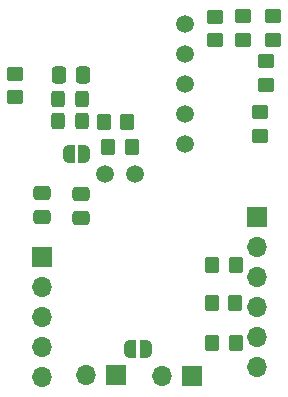
<source format=gbr>
%TF.GenerationSoftware,KiCad,Pcbnew,8.0.3*%
%TF.CreationDate,2024-07-06T18:06:21+05:30*%
%TF.ProjectId,nrf528_board,6e726635-3238-45f6-926f-6172642e6b69,rev?*%
%TF.SameCoordinates,Original*%
%TF.FileFunction,Soldermask,Bot*%
%TF.FilePolarity,Negative*%
%FSLAX46Y46*%
G04 Gerber Fmt 4.6, Leading zero omitted, Abs format (unit mm)*
G04 Created by KiCad (PCBNEW 8.0.3) date 2024-07-06 18:06:21*
%MOMM*%
%LPD*%
G01*
G04 APERTURE LIST*
G04 Aperture macros list*
%AMRoundRect*
0 Rectangle with rounded corners*
0 $1 Rounding radius*
0 $2 $3 $4 $5 $6 $7 $8 $9 X,Y pos of 4 corners*
0 Add a 4 corners polygon primitive as box body*
4,1,4,$2,$3,$4,$5,$6,$7,$8,$9,$2,$3,0*
0 Add four circle primitives for the rounded corners*
1,1,$1+$1,$2,$3*
1,1,$1+$1,$4,$5*
1,1,$1+$1,$6,$7*
1,1,$1+$1,$8,$9*
0 Add four rect primitives between the rounded corners*
20,1,$1+$1,$2,$3,$4,$5,0*
20,1,$1+$1,$4,$5,$6,$7,0*
20,1,$1+$1,$6,$7,$8,$9,0*
20,1,$1+$1,$8,$9,$2,$3,0*%
%AMFreePoly0*
4,1,33,0.500000,-0.750000,0.000000,-0.750000,0.000000,-0.749013,-0.031395,-0.749013,-0.093691,-0.741144,-0.154508,-0.725528,-0.212890,-0.702414,-0.267913,-0.672164,-0.318712,-0.635257,-0.364484,-0.592274,-0.404508,-0.543893,-0.438153,-0.490877,-0.464888,-0.434062,-0.484292,-0.374345,-0.496057,-0.312667,-0.500000,-0.250000,-0.500000,0.250000,-0.496057,0.312667,-0.484292,0.374345,-0.464888,0.434062,
-0.438153,0.490877,-0.404508,0.543893,-0.364484,0.592274,-0.318712,0.635257,-0.267913,0.672164,-0.212890,0.702414,-0.154508,0.725528,-0.093691,0.741144,-0.031395,0.749013,0.000000,0.749013,0.000000,0.750000,0.500000,0.750000,0.500000,-0.750000,0.500000,-0.750000,$1*%
%AMFreePoly1*
4,1,33,0.000000,0.749013,0.031395,0.749013,0.093691,0.741144,0.154508,0.725528,0.212890,0.702414,0.267913,0.672164,0.318712,0.635257,0.364484,0.592274,0.404508,0.543893,0.438153,0.490877,0.464888,0.434062,0.484292,0.374345,0.496057,0.312667,0.500000,0.250000,0.500000,-0.250000,0.496057,-0.312667,0.484292,-0.374345,0.464888,-0.434062,0.438153,-0.490877,0.404508,-0.543893,
0.364484,-0.592274,0.318712,-0.635257,0.267913,-0.672164,0.212890,-0.702414,0.154508,-0.725528,0.093691,-0.741144,0.031395,-0.749013,0.000000,-0.749013,0.000000,-0.750000,-0.500000,-0.750000,-0.500000,0.750000,0.000000,0.750000,0.000000,0.749013,0.000000,0.749013,$1*%
G04 Aperture macros list end*
%ADD10R,1.700000X1.700000*%
%ADD11O,1.700000X1.700000*%
%ADD12RoundRect,0.250000X-0.325000X-0.450000X0.325000X-0.450000X0.325000X0.450000X-0.325000X0.450000X0*%
%ADD13RoundRect,0.250000X-0.475000X0.337500X-0.475000X-0.337500X0.475000X-0.337500X0.475000X0.337500X0*%
%ADD14RoundRect,0.250000X0.450000X-0.350000X0.450000X0.350000X-0.450000X0.350000X-0.450000X-0.350000X0*%
%ADD15RoundRect,0.250000X-0.450000X0.350000X-0.450000X-0.350000X0.450000X-0.350000X0.450000X0.350000X0*%
%ADD16C,1.500000*%
%ADD17RoundRect,0.250000X0.350000X0.450000X-0.350000X0.450000X-0.350000X-0.450000X0.350000X-0.450000X0*%
%ADD18FreePoly0,0.000000*%
%ADD19FreePoly1,0.000000*%
%ADD20RoundRect,0.250000X0.325000X0.450000X-0.325000X0.450000X-0.325000X-0.450000X0.325000X-0.450000X0*%
%ADD21RoundRect,0.250000X0.337500X0.475000X-0.337500X0.475000X-0.337500X-0.475000X0.337500X-0.475000X0*%
G04 APERTURE END LIST*
D10*
%TO.C,J7*%
X132075000Y-76800000D03*
D11*
X129535000Y-76800000D03*
%TD*%
D10*
%TO.C,J12*%
X125800000Y-66860000D03*
D11*
X125800000Y-69400000D03*
X125800000Y-71940000D03*
X125800000Y-74480000D03*
X125800000Y-77020000D03*
%TD*%
D10*
%TO.C,J5*%
X138575000Y-76900000D03*
D11*
X136035000Y-76900000D03*
%TD*%
D10*
%TO.C,J6*%
X144000000Y-63400000D03*
D11*
X144000000Y-65940000D03*
X144000000Y-68480000D03*
X144000000Y-71020000D03*
X144000000Y-73560000D03*
X144000000Y-76100000D03*
%TD*%
D12*
%TO.C,L1*%
X127200000Y-55300000D03*
X129250000Y-55300000D03*
%TD*%
D13*
%TO.C,C4*%
X125800000Y-61362500D03*
X125800000Y-63437500D03*
%TD*%
D14*
%TO.C,R4*%
X144300000Y-56576000D03*
X144300000Y-54576000D03*
%TD*%
D15*
%TO.C,R7*%
X144800000Y-50258000D03*
X144800000Y-52258000D03*
%TD*%
%TO.C,R6*%
X142862000Y-46432000D03*
X142862000Y-48432000D03*
%TD*%
D16*
%TO.C,J8*%
X137900000Y-57240000D03*
%TD*%
D13*
%TO.C,C9*%
X129100000Y-61462500D03*
X129100000Y-63537500D03*
%TD*%
D17*
%TO.C,R8*%
X133420000Y-57510000D03*
X131420000Y-57510000D03*
%TD*%
%TO.C,R12*%
X142261200Y-67514800D03*
X140261200Y-67514800D03*
%TD*%
%TO.C,R10*%
X142230000Y-74100000D03*
X140230000Y-74100000D03*
%TD*%
%TO.C,R11*%
X142210000Y-70700000D03*
X140210000Y-70700000D03*
%TD*%
D16*
%TO.C,J9*%
X137900000Y-54700000D03*
%TD*%
D15*
%TO.C,R1*%
X145402000Y-46448000D03*
X145402000Y-48448000D03*
%TD*%
D18*
%TO.C,JP13*%
X133300000Y-74600000D03*
D19*
X134600000Y-74600000D03*
%TD*%
D15*
%TO.C,R5*%
X123560000Y-51285000D03*
X123560000Y-53285000D03*
%TD*%
D16*
%TO.C,J2*%
X133700000Y-59800000D03*
%TD*%
%TO.C,J1*%
X131160000Y-59800000D03*
%TD*%
D18*
%TO.C,JP8*%
X128100000Y-58100000D03*
D19*
X129400000Y-58100000D03*
%TD*%
D16*
%TO.C,J13*%
X137900000Y-47080000D03*
%TD*%
D20*
%TO.C,L2*%
X129250000Y-53400000D03*
X127200000Y-53400000D03*
%TD*%
D17*
%TO.C,R9*%
X133050000Y-55430000D03*
X131050000Y-55430000D03*
%TD*%
D21*
%TO.C,C1*%
X129337500Y-51400000D03*
X127262500Y-51400000D03*
%TD*%
D15*
%TO.C,R3*%
X140500000Y-46464000D03*
X140500000Y-48464000D03*
%TD*%
D16*
%TO.C,J10*%
X137900000Y-52160000D03*
%TD*%
%TO.C,J11*%
X137900000Y-49620000D03*
%TD*%
M02*

</source>
